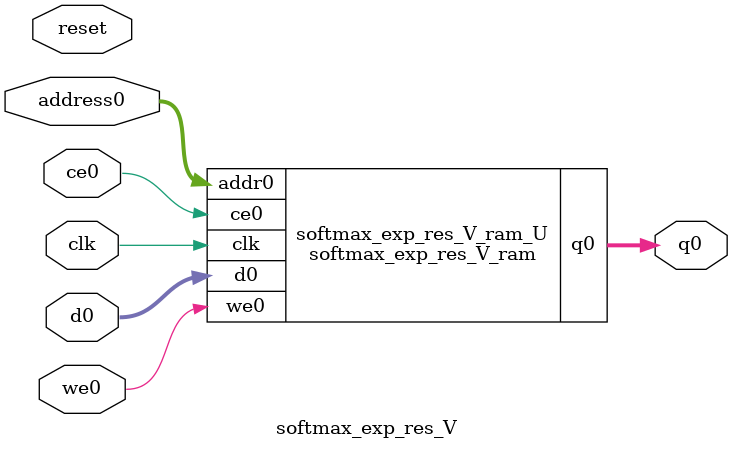
<source format=v>
`timescale 1 ns / 1 ps
module softmax_exp_res_V_ram (addr0, ce0, d0, we0, q0,  clk);

parameter DWIDTH = 13;
parameter AWIDTH = 4;
parameter MEM_SIZE = 10;

input[AWIDTH-1:0] addr0;
input ce0;
input[DWIDTH-1:0] d0;
input we0;
output reg[DWIDTH-1:0] q0;
input clk;

(* ram_style = "distributed" *)reg [DWIDTH-1:0] ram[0:MEM_SIZE-1];




always @(posedge clk)  
begin 
    if (ce0) 
    begin
        if (we0) 
        begin 
            ram[addr0] <= d0; 
        end 
        q0 <= ram[addr0];
    end
end


endmodule

`timescale 1 ns / 1 ps
module softmax_exp_res_V(
    reset,
    clk,
    address0,
    ce0,
    we0,
    d0,
    q0);

parameter DataWidth = 32'd13;
parameter AddressRange = 32'd10;
parameter AddressWidth = 32'd4;
input reset;
input clk;
input[AddressWidth - 1:0] address0;
input ce0;
input we0;
input[DataWidth - 1:0] d0;
output[DataWidth - 1:0] q0;



softmax_exp_res_V_ram softmax_exp_res_V_ram_U(
    .clk( clk ),
    .addr0( address0 ),
    .ce0( ce0 ),
    .we0( we0 ),
    .d0( d0 ),
    .q0( q0 ));

endmodule


</source>
